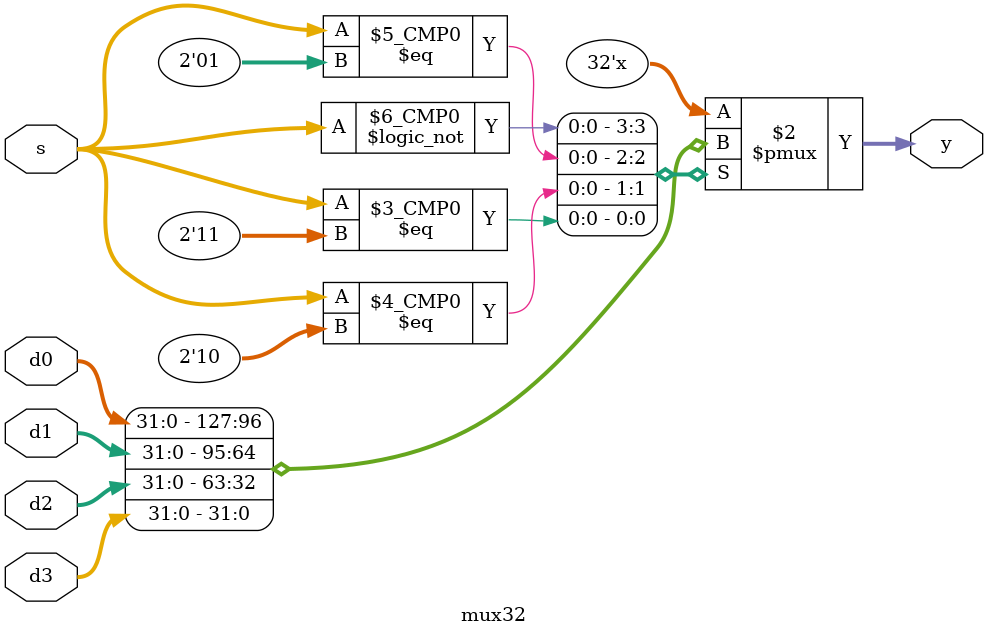
<source format=sv>
module mux128
	#(parameter width = 128)
	(input logic [width-1:0] d0, d1, d2, d3,
	 input logic [1:0] s,
	 output logic [width-1:0] y);

always_comb 
	begin
		case(s)
			2'b00 : y = d0;
			2'b01 : y = d1;
			2'b10 : y = d2;
			2'b11 : y = d3;
		endcase
	end
endmodule

module mux32
	#(parameter width = 32)
	(input logic [width-1:0] d0, d1, d2, d3,
	 input logic [1:0] s,
	 output logic [width-1:0] y);

always_comb 
	begin
		case(s)
			2'b00 : y = d0;
			2'b01 : y = d1;
			2'b10 : y = d2;
			2'b11 : y = d3;
		endcase
	end
endmodule


</source>
